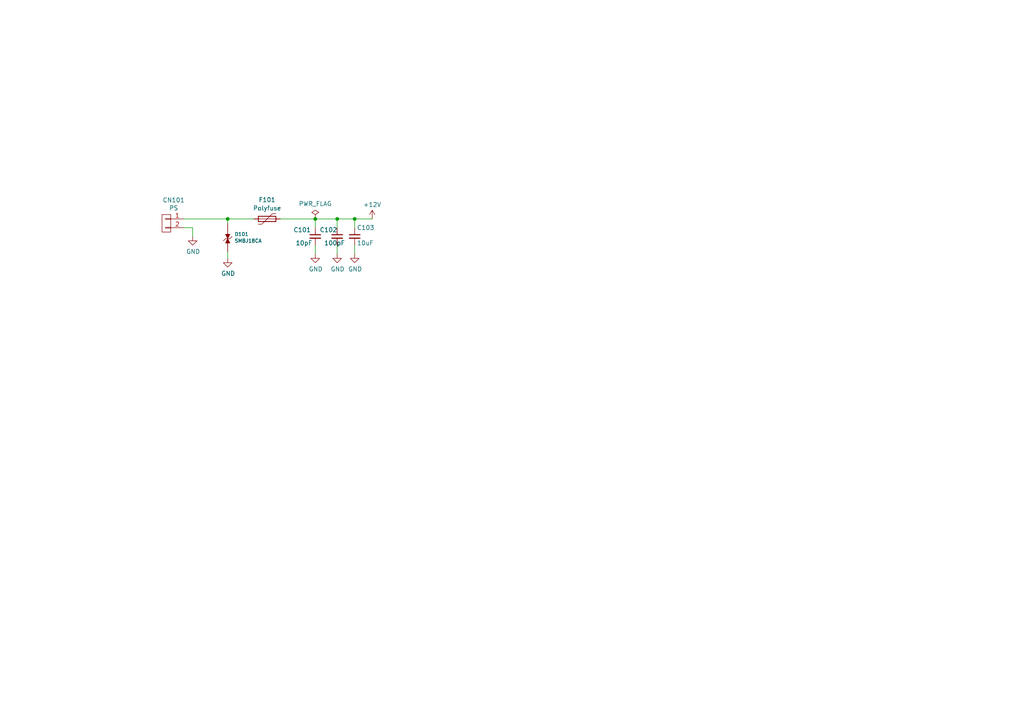
<source format=kicad_sch>
(kicad_sch (version 20230121) (generator eeschema)
  (paper "A4")
  (title_block (title "Radioberry - amplifier") (date "2020-12-18") (rev "beta 1") (company "AppMind") (comment 1 "PA3GSB Johan Maas"))
  (lib_symbols
    (symbol "hermeslite:CONN_01X02" (pin_names (offset 1.016) hide)
      (property "Reference" "J" (at 0 3.81 0))
      (property "Value" "CONN_01X02" (at 2.54 0 90))
      (symbol "CONN_01X02_0_1"
        (rectangle (start -1.27 -1.143) (end 0.254 -1.397))
        (rectangle (start -1.27 1.397) (end 0.254 1.143))
        (rectangle (start -1.27 2.54) (end 1.27 -2.54))
      )
      (symbol "CONN_01X02_1_1"
        (pin passive line (at -5.08 1.27 0) (length 3.81) (name "P1") (number "1"))
        (pin passive line (at -5.08 -1.27 0) (length 3.81) (name "P2") (number "2"))
      )
    )
    (symbol "hermeslite:C_Small" (pin_numbers hide) (pin_names (offset 0.254) hide)
      (property "Reference" "C" (at 0.254 1.778 0))
      (property "Value" "C_Small" (at 0.254 -2.032 0))
      (symbol "C_Small_0_1"
        (polyline (pts (xy -1.524 -0.508) (xy 1.524 -0.508)) (stroke (width 0.3302)))
        (polyline (pts (xy -1.524 0.508) (xy 1.524 0.508)) (stroke (width 0.3048)))
      )
      (symbol "C_Small_1_1"
        (pin passive line (at 0 2.54 270) (length 2.032) (name "~") (number "1"))
        (pin passive line (at 0 -2.54 90) (length 2.032) (name "~") (number "2"))
      )
    )
    (symbol "hermeslite:GND" (power) (pin_names (offset 0))
      (property "Value" "GND" (at 0 -3.81 0))
      (symbol "GND_0_1"
        (polyline (pts (xy 0 0) (xy 0 -1.27) (xy 1.27 -1.27) (xy 0 -2.54) (xy -1.27 -1.27) (xy 0 -1.27)))
      )
      (symbol "GND_1_1"
        (pin power_in line (at 0 0 270) (length 0) hide (name "GND") (number "1"))
      )
    )
    (symbol "hermeslite:Polyfuse" (pin_numbers hide) (pin_names (offset 0))
      (property "Reference" "F" (at -2.54 0 90))
      (property "Value" "Polyfuse" (at 2.54 0 90))
      (symbol "Polyfuse_0_1"
        (rectangle (start -0.762 2.54) (end 0.762 -2.54) (stroke (width 0.254)))
        (polyline (pts (xy 0 2.54) (xy 0 -2.54)))
        (polyline (pts (xy -1.524 2.54) (xy -1.524 1.524) (xy 1.524 -1.524) (xy 1.524 -2.54)))
      )
      (symbol "Polyfuse_1_1"
        (pin passive line (at 0 3.81 270) (length 1.27) (name "~") (number "1"))
        (pin passive line (at 0 -3.81 90) (length 1.27) (name "~") (number "2"))
      )
    )
    (symbol "hermeslite:TVSANTI" (pin_numbers hide) (pin_names (offset 1.016) hide)
      (property "Reference" "D" (at 0 2.54 0))
      (property "Value" "TVSANTI" (at 0 -2.54 0))
      (symbol "TVSANTI_0_1"
        (polyline (pts (xy 0 0) (xy 0 -0.635) (xy 0.635 -1.27)))
        (polyline (pts (xy 0 0) (xy 0 0.635) (xy -0.635 1.27)))
        (polyline (pts (xy 0 0) (xy -1.27 0.635) (xy -1.27 -0.635) (xy 0 0)) (fill (type outline)))
        (polyline (pts (xy 1.27 0.635) (xy 0 0) (xy 1.27 -0.635) (xy 1.27 0.635)) (fill (type outline)))
      )
      (symbol "TVSANTI_1_1"
        (pin passive line (at -4.445 0 0) (length 3.0988) (name "A") (number "1"))
        (pin passive line (at 3.81 0 180) (length 2.4892) (name "K") (number "2"))
      )
    )
    (symbol "power:+12V" (power) (pin_names (offset 0))
      (property "Value" "+12V" (at 0 3.556 0))
      (symbol "+12V_0_1"
        (polyline (pts (xy -0.762 1.27) (xy 0 2.54)))
        (polyline (pts (xy 0 0) (xy 0 2.54)))
        (polyline (pts (xy 0 2.54) (xy 0.762 1.27)))
      )
      (symbol "+12V_1_1"
        (pin power_in line (at 0 0 90) (length 0) hide (name "+12V") (number "1"))
      )
    )
    (symbol "power:PWR_FLAG" (power) (pin_numbers hide) (pin_names (offset 0) hide)
      (property "Value" "PWR_FLAG" (at 0 3.81 0))
      (symbol "PWR_FLAG_0_0"
        (pin power_out line (at 0 0 90) (length 0) (name "pwr") (number "1"))
      )
      (symbol "PWR_FLAG_0_1"
        (polyline (pts (xy 0 0) (xy 0 1.27) (xy -1.016 1.905) (xy 0 2.54) (xy 1.016 1.905) (xy 0 1.27)))
      )
    )
  )
  (junction (at 91.44 63.5))
  (junction (at 102.87 63.5))
  (junction (at 97.79 63.5))
  (junction (at 66.04 63.5))
  (wire (pts (xy 66.04 63.5) (xy 66.04 64.77)))
  (wire (pts (xy 102.87 66.04) (xy 102.87 63.5)))
  (wire (pts (xy 81.28 63.5) (xy 91.44 63.5)))
  (wire (pts (xy 102.87 63.5) (xy 107.95 63.5)))
  (wire (pts (xy 66.04 63.5) (xy 73.66 63.5)))
  (wire (pts (xy 97.79 63.5) (xy 102.87 63.5)))
  (wire (pts (xy 97.79 66.04) (xy 97.79 63.5)))
  (wire (pts (xy 66.04 73.025) (xy 66.04 74.93)))
  (wire (pts (xy 102.87 73.66) (xy 102.87 71.12)))
  (wire (pts (xy 91.44 63.5) (xy 97.79 63.5)))
  (wire (pts (xy 55.88 66.04) (xy 55.88 68.58)))
  (wire (pts (xy 53.34 63.5) (xy 66.04 63.5)))
  (wire (pts (xy 91.44 66.04) (xy 91.44 63.5)))
  (wire (pts (xy 91.44 71.12) (xy 91.44 73.66)))
  (wire (pts (xy 97.79 71.12) (xy 97.79 73.66)))
  (wire (pts (xy 53.34 66.04) (xy 55.88 66.04)))
  (symbol (lib_id "hermeslite:C_Small") (at 97.79 68.58 0) (unit 1)
    (property "Reference" "C102" (at 92.71 66.675 0) (effects (justify left)))
    (property "Value" "100pF" (at 93.98 70.485 0) (effects (justify left)))
    (property "Footprint" "HERMESLITE:SMD-0805" (effects hide))
  )
  (symbol (lib_id "hermeslite:C_Small") (at 91.44 68.58 0) (unit 1)
    (property "Reference" "C101" (at 85.09 66.675 0) (effects (justify left)))
    (property "Value" "10pF" (at 85.725 70.485 0) (effects (justify left)))
    (property "Footprint" "HERMESLITE:SMD-0805" (effects hide))
  )
  (symbol (lib_id "hermeslite:GND") (at 91.44 73.66 0) (unit 1)
    (property "Reference" "#PWR0103" (effects hide))
    (property "Value" "GND" (at 91.567 78.0542 0))
  )
  (symbol (lib_id "hermeslite:GND") (at 97.79 73.66 0) (unit 1)
    (property "Reference" "#PWR0104" (effects hide))
    (property "Value" "GND" (at 97.917 78.0542 0))
  )
  (symbol (lib_id "hermeslite:CONN_01X02") (at 48.26 64.77 0) (mirror y) (unit 1)
    (property "Reference" "CN101" (at 50.3682 58.039 0))
    (property "Value" "PS" (at 50.3682 60.3504 0))
    (property "Footprint" "HERMESLITE:PWRBARREL2" (effects hide))
  )
  (symbol (lib_id "hermeslite:TVSANTI") (at 66.04 69.215 270) (unit 1)
    (property "Reference" "D101" (at 68.0212 67.9196 90) (effects (font (size 1.016 1.016)) (justify left)))
    (property "Value" "SMBJ18CA" (at 68.0212 69.85 90) (effects (font (size 1.016 1.016)) (justify left)))
    (property "Footprint" "HERMESLITE:smbj18ca" (effects hide))
  )
  (symbol (lib_id "hermeslite:GND") (at 55.88 68.58 0) (unit 1)
    (property "Reference" "#PWR0102" (effects hide))
    (property "Value" "GND" (at 56.007 72.9742 0))
  )
  (symbol (lib_id "hermeslite:GND") (at 66.04 74.93 0) (unit 1)
    (property "Reference" "#PWR0106" (effects hide))
    (property "Value" "GND" (at 66.167 79.3242 0))
  )
  (symbol (lib_id "hermeslite:C_Small") (at 102.87 68.58 0) (unit 1)
    (property "Reference" "C103" (at 103.505 66.04 0) (effects (justify left)))
    (property "Value" "10uF" (at 103.505 70.485 0) (effects (justify left)))
    (property "Footprint" "HERMESLITE:SMD-0805" (effects hide))
  )
  (symbol (lib_id "hermeslite:GND") (at 102.87 73.66 0) (unit 1)
    (property "Reference" "#PWR0105" (effects hide))
    (property "Value" "GND" (at 102.997 78.0542 0))
  )
  (symbol (lib_id "power:PWR_FLAG") (at 91.44 63.5 0) (unit 1)
    (property "Reference" "#FLG0101" (effects hide))
    (property "Value" "PWR_FLAG" (at 91.44 59.1058 0))
  )
  (symbol (lib_id "hermeslite:Polyfuse") (at 77.47 63.5 90) (unit 1)
    (property "Reference" "F101" (at 77.47 57.9587 90))
    (property "Value" "Polyfuse" (at 77.47 60.3829 90))
    (property "Footprint" "HERMESLITE:SMD-1206" (effects hide))
  )
  (symbol (lib_id "power:+12V") (at 107.95 63.5 0) (unit 1)
    (property "Reference" "#PWR0101" (effects hide))
    (property "Value" "+12V" (at 107.95 59.3669 0))
  )
)
</source>
